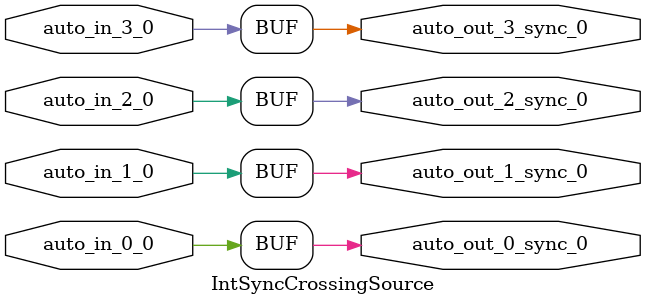
<source format=v>
module IntSyncCrossingSource( 
  input   auto_in_3_0, 
  input   auto_in_2_0, 
  input   auto_in_1_0, 
  input   auto_in_0_0, 
  output  auto_out_3_sync_0, 
  output  auto_out_2_sync_0, 
  output  auto_out_1_sync_0, 
  output  auto_out_0_sync_0 
);
  assign auto_out_3_sync_0 = auto_in_3_0; 
  assign auto_out_2_sync_0 = auto_in_2_0; 
  assign auto_out_1_sync_0 = auto_in_1_0; 
  assign auto_out_0_sync_0 = auto_in_0_0; 
endmodule

</source>
